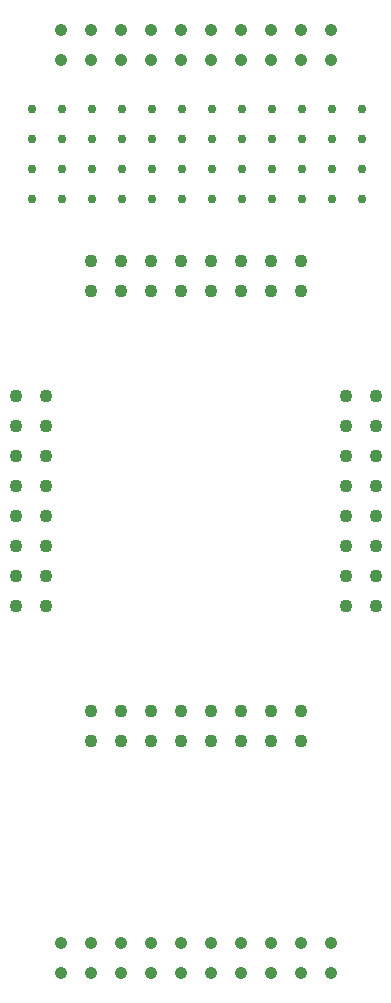
<source format=gbr>
%TF.GenerationSoftware,Altium Limited,Altium Designer,23.4.1 (23)*%
G04 Layer_Color=0*
%FSLAX45Y45*%
%MOMM*%
%TF.SameCoordinates,6CFBE55C-8612-4E24-A10C-01F6C23EBCE3*%
%TF.FilePolarity,Positive*%
%TF.FileFunction,Plated,1,2,PTH,Drill*%
%TF.Part,Single*%
G01*
G75*
%TA.AperFunction,ComponentDrill*%
%ADD41C,1.10000*%
%ADD42C,1.10000*%
%TA.AperFunction,OtherDrill,Pad Free-17 (10.287mm,70.612mm)*%
%ADD43C,0.76200*%
%TA.AperFunction,OtherDrill,Pad Free-17 (12.827mm,70.612mm)*%
%ADD44C,0.76200*%
%TA.AperFunction,OtherDrill,Pad Free-17 (2.667mm,73.152mm)*%
%ADD45C,0.76200*%
%TA.AperFunction,OtherDrill,Pad Free-17 (10.287mm,73.152mm)*%
%ADD46C,0.76200*%
%TA.AperFunction,OtherDrill,Pad Free-17 (5.207mm,73.152mm)*%
%ADD47C,0.76200*%
%TA.AperFunction,OtherDrill,Pad Free-17 (7.747mm,73.152mm)*%
%ADD48C,0.76200*%
%TA.AperFunction,OtherDrill,Pad Free-17 (5.207mm,70.612mm)*%
%ADD49C,0.76200*%
%TA.AperFunction,OtherDrill,Pad Free-17 (7.747mm,70.612mm)*%
%ADD50C,0.76200*%
%TA.AperFunction,OtherDrill,Pad Free-17 (12.827mm,73.152mm)*%
%ADD51C,0.76200*%
%TA.AperFunction,OtherDrill,Pad Free-17 (20.447mm,73.152mm)*%
%ADD52C,0.76200*%
%TA.AperFunction,OtherDrill,Pad Free-17 (20.447mm,70.612mm)*%
%ADD53C,0.76200*%
%TA.AperFunction,OtherDrill,Pad Free-17 (17.907mm,70.612mm)*%
%ADD54C,0.76200*%
%TA.AperFunction,OtherDrill,Pad Free-17 (17.907mm,73.152mm)*%
%ADD55C,0.76200*%
%TA.AperFunction,OtherDrill,Pad Free-17 (15.367mm,70.612mm)*%
%ADD56C,0.76200*%
%TA.AperFunction,OtherDrill,Pad Free-17 (15.367mm,73.152mm)*%
%ADD57C,0.76200*%
%TA.AperFunction,OtherDrill,Pad Free-17 (2.667mm,70.612mm)*%
%ADD58C,0.76200*%
%TA.AperFunction,OtherDrill,Pad Free-17 (30.607mm,73.152mm)*%
%ADD59C,0.76200*%
%TA.AperFunction,OtherDrill,Pad Free-17 (28.067mm,70.612mm)*%
%ADD60C,0.76200*%
%TA.AperFunction,OtherDrill,Pad Free-17 (28.067mm,73.152mm)*%
%ADD61C,0.76200*%
%TA.AperFunction,OtherDrill,Pad Free-17 (22.987mm,73.152mm)*%
%ADD62C,0.76200*%
%TA.AperFunction,OtherDrill,Pad Free-17 (22.987mm,70.612mm)*%
%ADD63C,0.76200*%
%TA.AperFunction,OtherDrill,Pad Free-17 (25.527mm,70.612mm)*%
%ADD64C,0.76200*%
%TA.AperFunction,OtherDrill,Pad Free-17 (25.527mm,73.152mm)*%
%ADD65C,0.76200*%
%TA.AperFunction,OtherDrill,Pad Free-17 (22.987mm,78.232mm)*%
%ADD66C,0.76200*%
%TA.AperFunction,OtherDrill,Pad Free-17 (22.987mm,75.692mm)*%
%ADD67C,0.76200*%
%TA.AperFunction,OtherDrill,Pad Free-17 (25.527mm,75.692mm)*%
%ADD68C,0.76200*%
%TA.AperFunction,OtherDrill,Pad Free-17 (25.527mm,78.232mm)*%
%ADD69C,0.76200*%
%TA.AperFunction,OtherDrill,Pad Free-17 (30.607mm,78.232mm)*%
%ADD70C,0.76200*%
%TA.AperFunction,OtherDrill,Pad Free-17 (30.607mm,75.692mm)*%
%ADD71C,0.76200*%
%TA.AperFunction,OtherDrill,Pad Free-17 (28.067mm,75.692mm)*%
%ADD72C,0.76200*%
%TA.AperFunction,OtherDrill,Pad Free-17 (28.067mm,78.232mm)*%
%ADD73C,0.76200*%
%TA.AperFunction,OtherDrill,Pad Free-17 (12.827mm,78.232mm)*%
%ADD74C,0.76200*%
%TA.AperFunction,OtherDrill,Pad Free-17 (12.827mm,75.692mm)*%
%ADD75C,0.76200*%
%TA.AperFunction,OtherDrill,Pad Free-17 (15.367mm,75.692mm)*%
%ADD76C,0.76200*%
%TA.AperFunction,OtherDrill,Pad Free-17 (15.367mm,78.232mm)*%
%ADD77C,0.76200*%
%TA.AperFunction,OtherDrill,Pad Free-17 (20.447mm,78.232mm)*%
%ADD78C,0.76200*%
%TA.AperFunction,OtherDrill,Pad Free-17 (20.447mm,75.692mm)*%
%ADD79C,0.76200*%
%TA.AperFunction,OtherDrill,Pad Free-17 (17.907mm,75.692mm)*%
%ADD80C,0.76200*%
%TA.AperFunction,OtherDrill,Pad Free-17 (17.907mm,78.232mm)*%
%ADD81C,0.76200*%
%TA.AperFunction,OtherDrill,Pad Free-17 (7.747mm,78.232mm)*%
%ADD82C,0.76200*%
%TA.AperFunction,OtherDrill,Pad Free-17 (7.747mm,75.692mm)*%
%ADD83C,0.76200*%
%TA.AperFunction,OtherDrill,Pad Free-17 (10.287mm,75.692mm)*%
%ADD84C,0.76200*%
%TA.AperFunction,OtherDrill,Pad Free-17 (10.287mm,78.232mm)*%
%ADD85C,0.76200*%
%TA.AperFunction,OtherDrill,Pad Free-17 (5.207mm,78.232mm)*%
%ADD86C,0.76200*%
%TA.AperFunction,OtherDrill,Pad Free-17 (5.207mm,75.692mm)*%
%ADD87C,0.76200*%
%TA.AperFunction,OtherDrill,Pad Free-17 (2.667mm,75.692mm)*%
%ADD88C,0.76200*%
%TA.AperFunction,OtherDrill,Pad Free-17 (2.667mm,78.232mm)*%
%ADD89C,0.76200*%
%TA.AperFunction,OtherDrill,Pad Free-17 (30.607mm,70.612mm)*%
%ADD90C,0.76200*%
%TA.AperFunction,ComponentDrill*%
%ADD91C,1.04000*%
D41*
X2539000Y2722000D02*
D03*
Y2468000D02*
D03*
X2285000Y2722000D02*
D03*
Y2468000D02*
D03*
X2031000Y2722000D02*
D03*
Y2468000D02*
D03*
X1777000Y2722000D02*
D03*
Y2468000D02*
D03*
X1523000Y2722000D02*
D03*
Y2468000D02*
D03*
X1269000Y2722000D02*
D03*
Y2468000D02*
D03*
X1015000Y2722000D02*
D03*
Y2468000D02*
D03*
X761000Y2722000D02*
D03*
Y2468000D02*
D03*
Y6278000D02*
D03*
Y6532000D02*
D03*
X1015000Y6278000D02*
D03*
Y6532000D02*
D03*
X1269000Y6278000D02*
D03*
Y6532000D02*
D03*
X1523000Y6278000D02*
D03*
Y6532000D02*
D03*
X1777000Y6278000D02*
D03*
Y6532000D02*
D03*
X2031000Y6278000D02*
D03*
Y6532000D02*
D03*
X2285000Y6278000D02*
D03*
Y6532000D02*
D03*
X2539000Y6278000D02*
D03*
Y6532000D02*
D03*
D42*
X2919000Y5389000D02*
D03*
X3173000D02*
D03*
X2919000Y5135000D02*
D03*
X3173000D02*
D03*
X2919000Y4881000D02*
D03*
X3173000D02*
D03*
X2919000Y4627000D02*
D03*
X3173000D02*
D03*
X2919000Y4373000D02*
D03*
X3173000D02*
D03*
X2919000Y4119000D02*
D03*
X3173000D02*
D03*
X2919000Y3865000D02*
D03*
X3173000D02*
D03*
X2919000Y3611000D02*
D03*
X3173000D02*
D03*
X127000Y5389000D02*
D03*
X381000D02*
D03*
X127000Y5135000D02*
D03*
X381000D02*
D03*
X127000Y4881000D02*
D03*
X381000D02*
D03*
X127000Y4627000D02*
D03*
X381000D02*
D03*
X127000Y4373000D02*
D03*
X381000D02*
D03*
X127000Y4119000D02*
D03*
X381000D02*
D03*
X127000Y3865000D02*
D03*
X381000D02*
D03*
X127000Y3611000D02*
D03*
X381000D02*
D03*
D43*
X1028700Y7061200D02*
D03*
D44*
X1282700D02*
D03*
D45*
X266700Y7315200D02*
D03*
D46*
X1028700D02*
D03*
D47*
X520700D02*
D03*
D48*
X774700D02*
D03*
D49*
X520700Y7061200D02*
D03*
D50*
X774700D02*
D03*
D51*
X1282700Y7315200D02*
D03*
D52*
X2044700D02*
D03*
D53*
Y7061200D02*
D03*
D54*
X1790700D02*
D03*
D55*
Y7315200D02*
D03*
D56*
X1536700Y7061200D02*
D03*
D57*
Y7315200D02*
D03*
D58*
X266700Y7061200D02*
D03*
D59*
X3060700Y7315200D02*
D03*
D60*
X2806700Y7061200D02*
D03*
D61*
Y7315200D02*
D03*
D62*
X2298700D02*
D03*
D63*
Y7061200D02*
D03*
D64*
X2552700D02*
D03*
D65*
Y7315200D02*
D03*
D66*
X2298700Y7823200D02*
D03*
D67*
Y7569200D02*
D03*
D68*
X2552700D02*
D03*
D69*
Y7823200D02*
D03*
D70*
X3060700D02*
D03*
D71*
Y7569200D02*
D03*
D72*
X2806700D02*
D03*
D73*
Y7823200D02*
D03*
D74*
X1282700D02*
D03*
D75*
Y7569200D02*
D03*
D76*
X1536700D02*
D03*
D77*
Y7823200D02*
D03*
D78*
X2044700D02*
D03*
D79*
Y7569200D02*
D03*
D80*
X1790700D02*
D03*
D81*
Y7823200D02*
D03*
D82*
X774700D02*
D03*
D83*
Y7569200D02*
D03*
D84*
X1028700D02*
D03*
D85*
Y7823200D02*
D03*
D86*
X520700D02*
D03*
D87*
Y7569200D02*
D03*
D88*
X266700D02*
D03*
D89*
Y7823200D02*
D03*
D90*
X3060700Y7061200D02*
D03*
D91*
X508000Y508000D02*
D03*
Y762000D02*
D03*
X762000Y508000D02*
D03*
Y762000D02*
D03*
X1016000Y508000D02*
D03*
Y762000D02*
D03*
X1270000Y508000D02*
D03*
Y762000D02*
D03*
X1524000Y508000D02*
D03*
Y762000D02*
D03*
X1778000Y508000D02*
D03*
Y762000D02*
D03*
X2032000Y508000D02*
D03*
Y762000D02*
D03*
X2286000Y508000D02*
D03*
Y762000D02*
D03*
X2540000Y508000D02*
D03*
Y762000D02*
D03*
X2794000Y508000D02*
D03*
Y762000D02*
D03*
X508000Y8238000D02*
D03*
Y8492000D02*
D03*
X762000Y8238000D02*
D03*
Y8492000D02*
D03*
X1016000Y8238000D02*
D03*
Y8492000D02*
D03*
X1270000Y8238000D02*
D03*
Y8492000D02*
D03*
X1524000Y8238000D02*
D03*
Y8492000D02*
D03*
X1778000Y8238000D02*
D03*
Y8492000D02*
D03*
X2032000Y8238000D02*
D03*
Y8492000D02*
D03*
X2286000Y8238000D02*
D03*
Y8492000D02*
D03*
X2540000Y8238000D02*
D03*
Y8492000D02*
D03*
X2794000Y8238000D02*
D03*
Y8492000D02*
D03*
%TF.MD5,fa7c1f1e24ededf8e48bf137b0f21a32*%
M02*

</source>
